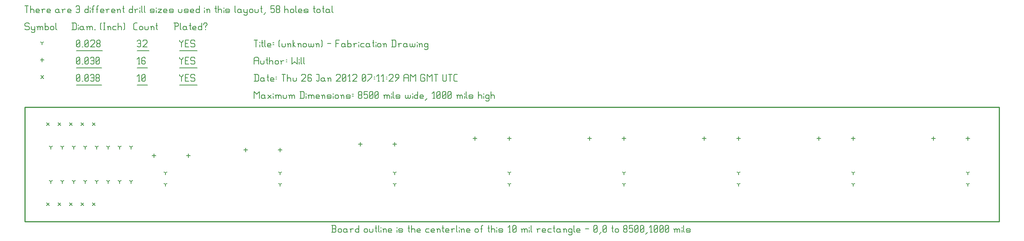
<source format=gbr>
G04 start of page 16 for group -3984 idx -3984 *
G04 Title: (unknown), fab *
G04 Creator: pcb 20091103 *
G04 CreationDate: Thu 26 Jan 2012 07:11:29 AM GMT UTC *
G04 For: will *
G04 Format: Gerber/RS-274X *
G04 PCB-Dimensions: 850000 100000 *
G04 PCB-Coordinate-Origin: lower left *
%MOIN*%
%FSLAX25Y25*%
%LNFAB*%
%ADD12C,0.0100*%
%ADD22C,0.0080*%
%ADD23C,0.0060*%
G54D22*X18800Y16200D02*X21200Y13800D01*
X18800D02*X21200Y16200D01*
X28800D02*X31200Y13800D01*
X28800D02*X31200Y16200D01*
X38800D02*X41200Y13800D01*
X38800D02*X41200Y16200D01*
X48800D02*X51200Y13800D01*
X48800D02*X51200Y16200D01*
X58800D02*X61200Y13800D01*
X58800D02*X61200Y16200D01*
X18800Y86200D02*X21200Y83800D01*
X18800D02*X21200Y86200D01*
X28800D02*X31200Y83800D01*
X28800D02*X31200Y86200D01*
X38800D02*X41200Y83800D01*
X38800D02*X41200Y86200D01*
X48800D02*X51200Y83800D01*
X48800D02*X51200Y86200D01*
X58800D02*X61200Y83800D01*
X58800D02*X61200Y86200D01*
X13800Y127450D02*X16200Y125050D01*
X13800D02*X16200Y127450D01*
G54D23*X135000Y128500D02*Y127750D01*
X136500Y126250D01*
X138000Y127750D01*
Y128500D02*Y127750D01*
X136500Y126250D02*Y122500D01*
X139801Y125500D02*X142051D01*
X139801Y122500D02*X142801D01*
X139801Y128500D02*Y122500D01*
Y128500D02*X142801D01*
X147603D02*X148353Y127750D01*
X145353Y128500D02*X147603D01*
X144603Y127750D02*X145353Y128500D01*
X144603Y127750D02*Y126250D01*
X145353Y125500D01*
X147603D01*
X148353Y124750D01*
Y123250D01*
X147603Y122500D02*X148353Y123250D01*
X145353Y122500D02*X147603D01*
X144603Y123250D02*X145353Y122500D01*
X135000Y119249D02*X150154D01*
X98750Y122500D02*X100250D01*
X99500Y128500D02*Y122500D01*
X98000Y127000D02*X99500Y128500D01*
X102051Y123250D02*X102801Y122500D01*
X102051Y127750D02*Y123250D01*
Y127750D02*X102801Y128500D01*
X104301D01*
X105051Y127750D01*
Y123250D01*
X104301Y122500D02*X105051Y123250D01*
X102801Y122500D02*X104301D01*
X102051Y124000D02*X105051Y127000D01*
X98000Y119249D02*X106853D01*
X45000Y123250D02*X45750Y122500D01*
X45000Y127750D02*Y123250D01*
Y127750D02*X45750Y128500D01*
X47250D01*
X48000Y127750D01*
Y123250D01*
X47250Y122500D02*X48000Y123250D01*
X45750Y122500D02*X47250D01*
X45000Y124000D02*X48000Y127000D01*
X49801Y122500D02*X50551D01*
X52353Y123250D02*X53103Y122500D01*
X52353Y127750D02*Y123250D01*
Y127750D02*X53103Y128500D01*
X54603D01*
X55353Y127750D01*
Y123250D01*
X54603Y122500D02*X55353Y123250D01*
X53103Y122500D02*X54603D01*
X52353Y124000D02*X55353Y127000D01*
X57154Y127750D02*X57904Y128500D01*
X59404D01*
X60154Y127750D01*
Y123250D01*
X59404Y122500D02*X60154Y123250D01*
X57904Y122500D02*X59404D01*
X57154Y123250D02*X57904Y122500D01*
Y125500D02*X60154D01*
X61956Y123250D02*X62706Y122500D01*
X61956Y124750D02*Y123250D01*
Y124750D02*X62706Y125500D01*
X64206D01*
X64956Y124750D01*
Y123250D01*
X64206Y122500D02*X64956Y123250D01*
X62706Y122500D02*X64206D01*
X61956Y126250D02*X62706Y125500D01*
X61956Y127750D02*Y126250D01*
Y127750D02*X62706Y128500D01*
X64206D01*
X64956Y127750D01*
Y126250D01*
X64206Y125500D02*X64956Y126250D01*
X45000Y119249D02*X66757D01*
X392500Y74100D02*Y70900D01*
X390900Y72500D02*X394100D01*
X422500Y74100D02*Y70900D01*
X420900Y72500D02*X424100D01*
X792500Y74100D02*Y70900D01*
X790900Y72500D02*X794100D01*
X822500Y74100D02*Y70900D01*
X820900Y72500D02*X824100D01*
X292500Y69100D02*Y65900D01*
X290900Y67500D02*X294100D01*
X322500Y69100D02*Y65900D01*
X320900Y67500D02*X324100D01*
X192500Y64100D02*Y60900D01*
X190900Y62500D02*X194100D01*
X222500Y64100D02*Y60900D01*
X220900Y62500D02*X224100D01*
X112500Y59100D02*Y55900D01*
X110900Y57500D02*X114100D01*
X142500Y59100D02*Y55900D01*
X140900Y57500D02*X144100D01*
X492500Y74100D02*Y70900D01*
X490900Y72500D02*X494100D01*
X522500Y74100D02*Y70900D01*
X520900Y72500D02*X524100D01*
X592500Y74100D02*Y70900D01*
X590900Y72500D02*X594100D01*
X622500Y74100D02*Y70900D01*
X620900Y72500D02*X624100D01*
X692500Y74100D02*Y70900D01*
X690900Y72500D02*X694100D01*
X722500Y74100D02*Y70900D01*
X720900Y72500D02*X724100D01*
X15000Y142850D02*Y139650D01*
X13400Y141250D02*X16600D01*
X135000Y143500D02*Y142750D01*
X136500Y141250D01*
X138000Y142750D01*
Y143500D02*Y142750D01*
X136500Y141250D02*Y137500D01*
X139801Y140500D02*X142051D01*
X139801Y137500D02*X142801D01*
X139801Y143500D02*Y137500D01*
Y143500D02*X142801D01*
X147603D02*X148353Y142750D01*
X145353Y143500D02*X147603D01*
X144603Y142750D02*X145353Y143500D01*
X144603Y142750D02*Y141250D01*
X145353Y140500D01*
X147603D01*
X148353Y139750D01*
Y138250D01*
X147603Y137500D02*X148353Y138250D01*
X145353Y137500D02*X147603D01*
X144603Y138250D02*X145353Y137500D01*
X135000Y134249D02*X150154D01*
X98750Y137500D02*X100250D01*
X99500Y143500D02*Y137500D01*
X98000Y142000D02*X99500Y143500D01*
X104301D02*X105051Y142750D01*
X102801Y143500D02*X104301D01*
X102051Y142750D02*X102801Y143500D01*
X102051Y142750D02*Y138250D01*
X102801Y137500D01*
X104301Y140500D02*X105051Y139750D01*
X102051Y140500D02*X104301D01*
X102801Y137500D02*X104301D01*
X105051Y138250D01*
Y139750D02*Y138250D01*
X98000Y134249D02*X106853D01*
X45000Y138250D02*X45750Y137500D01*
X45000Y142750D02*Y138250D01*
Y142750D02*X45750Y143500D01*
X47250D01*
X48000Y142750D01*
Y138250D01*
X47250Y137500D02*X48000Y138250D01*
X45750Y137500D02*X47250D01*
X45000Y139000D02*X48000Y142000D01*
X49801Y137500D02*X50551D01*
X52353Y138250D02*X53103Y137500D01*
X52353Y142750D02*Y138250D01*
Y142750D02*X53103Y143500D01*
X54603D01*
X55353Y142750D01*
Y138250D01*
X54603Y137500D02*X55353Y138250D01*
X53103Y137500D02*X54603D01*
X52353Y139000D02*X55353Y142000D01*
X57154Y142750D02*X57904Y143500D01*
X59404D01*
X60154Y142750D01*
Y138250D01*
X59404Y137500D02*X60154Y138250D01*
X57904Y137500D02*X59404D01*
X57154Y138250D02*X57904Y137500D01*
Y140500D02*X60154D01*
X61956Y138250D02*X62706Y137500D01*
X61956Y142750D02*Y138250D01*
Y142750D02*X62706Y143500D01*
X64206D01*
X64956Y142750D01*
Y138250D01*
X64206Y137500D02*X64956Y138250D01*
X62706Y137500D02*X64206D01*
X61956Y139000D02*X64956Y142000D01*
X45000Y134249D02*X66757D01*
X92500Y65000D02*Y63400D01*
Y65000D02*X93886Y65800D01*
X92500Y65000D02*X91114Y65800D01*
X82500Y65000D02*Y63400D01*
Y65000D02*X83886Y65800D01*
X82500Y65000D02*X81114Y65800D01*
X72500Y65000D02*Y63400D01*
Y65000D02*X73886Y65800D01*
X72500Y65000D02*X71114Y65800D01*
X62500Y65000D02*Y63400D01*
Y65000D02*X63886Y65800D01*
X62500Y65000D02*X61114Y65800D01*
X52500Y65000D02*Y63400D01*
Y65000D02*X53886Y65800D01*
X52500Y65000D02*X51114Y65800D01*
X42500Y65000D02*Y63400D01*
Y65000D02*X43886Y65800D01*
X42500Y65000D02*X41114Y65800D01*
X32500Y65000D02*Y63400D01*
Y65000D02*X33886Y65800D01*
X32500Y65000D02*X31114Y65800D01*
X22500Y65000D02*Y63400D01*
Y65000D02*X23886Y65800D01*
X22500Y65000D02*X21114Y65800D01*
X22500Y35000D02*Y33400D01*
Y35000D02*X23886Y35800D01*
X22500Y35000D02*X21114Y35800D01*
X32500Y35000D02*Y33400D01*
Y35000D02*X33886Y35800D01*
X32500Y35000D02*X31114Y35800D01*
X42500Y35000D02*Y33400D01*
Y35000D02*X43886Y35800D01*
X42500Y35000D02*X41114Y35800D01*
X52500Y35000D02*Y33400D01*
Y35000D02*X53886Y35800D01*
X52500Y35000D02*X51114Y35800D01*
X62500Y35000D02*Y33400D01*
Y35000D02*X63886Y35800D01*
X62500Y35000D02*X61114Y35800D01*
X72500Y35000D02*Y33400D01*
Y35000D02*X73886Y35800D01*
X72500Y35000D02*X71114Y35800D01*
X82500Y35000D02*Y33400D01*
Y35000D02*X83886Y35800D01*
X82500Y35000D02*X81114Y35800D01*
X92500Y35000D02*Y33400D01*
Y35000D02*X93886Y35800D01*
X92500Y35000D02*X91114Y35800D01*
X622500Y42500D02*Y40900D01*
Y42500D02*X623886Y43300D01*
X622500Y42500D02*X621114Y43300D01*
X622500Y32500D02*Y30900D01*
Y32500D02*X623886Y33300D01*
X622500Y32500D02*X621114Y33300D01*
X722500Y42500D02*Y40900D01*
Y42500D02*X723886Y43300D01*
X722500Y42500D02*X721114Y43300D01*
X722500Y32500D02*Y30900D01*
Y32500D02*X723886Y33300D01*
X722500Y32500D02*X721114Y33300D01*
X322500Y42500D02*Y40900D01*
Y42500D02*X323886Y43300D01*
X322500Y42500D02*X321114Y43300D01*
X322500Y32500D02*Y30900D01*
Y32500D02*X323886Y33300D01*
X322500Y32500D02*X321114Y33300D01*
X822500Y42500D02*Y40900D01*
Y42500D02*X823886Y43300D01*
X822500Y42500D02*X821114Y43300D01*
X822500Y32500D02*Y30900D01*
Y32500D02*X823886Y33300D01*
X822500Y32500D02*X821114Y33300D01*
X222500Y42500D02*Y40900D01*
Y42500D02*X223886Y43300D01*
X222500Y42500D02*X221114Y43300D01*
X222500Y32500D02*Y30900D01*
Y32500D02*X223886Y33300D01*
X222500Y32500D02*X221114Y33300D01*
X122500Y42500D02*Y40900D01*
Y42500D02*X123886Y43300D01*
X122500Y42500D02*X121114Y43300D01*
X122500Y32500D02*Y30900D01*
Y32500D02*X123886Y33300D01*
X122500Y32500D02*X121114Y33300D01*
X422500Y42500D02*Y40900D01*
Y42500D02*X423886Y43300D01*
X422500Y42500D02*X421114Y43300D01*
X422500Y32500D02*Y30900D01*
Y32500D02*X423886Y33300D01*
X422500Y32500D02*X421114Y33300D01*
X522500Y42500D02*Y40900D01*
Y42500D02*X523886Y43300D01*
X522500Y42500D02*X521114Y43300D01*
X522500Y32500D02*Y30900D01*
Y32500D02*X523886Y33300D01*
X522500Y32500D02*X521114Y33300D01*
X15000Y156250D02*Y154650D01*
Y156250D02*X16386Y157050D01*
X15000Y156250D02*X13614Y157050D01*
X135000Y158500D02*Y157750D01*
X136500Y156250D01*
X138000Y157750D01*
Y158500D02*Y157750D01*
X136500Y156250D02*Y152500D01*
X139801Y155500D02*X142051D01*
X139801Y152500D02*X142801D01*
X139801Y158500D02*Y152500D01*
Y158500D02*X142801D01*
X147603D02*X148353Y157750D01*
X145353Y158500D02*X147603D01*
X144603Y157750D02*X145353Y158500D01*
X144603Y157750D02*Y156250D01*
X145353Y155500D01*
X147603D01*
X148353Y154750D01*
Y153250D01*
X147603Y152500D02*X148353Y153250D01*
X145353Y152500D02*X147603D01*
X144603Y153250D02*X145353Y152500D01*
X135000Y149249D02*X150154D01*
X98000Y157750D02*X98750Y158500D01*
X100250D01*
X101000Y157750D01*
Y153250D01*
X100250Y152500D02*X101000Y153250D01*
X98750Y152500D02*X100250D01*
X98000Y153250D02*X98750Y152500D01*
Y155500D02*X101000D01*
X102801Y157750D02*X103551Y158500D01*
X105801D01*
X106551Y157750D01*
Y156250D01*
X102801Y152500D02*X106551Y156250D01*
X102801Y152500D02*X106551D01*
X98000Y149249D02*X108353D01*
X45000Y153250D02*X45750Y152500D01*
X45000Y157750D02*Y153250D01*
Y157750D02*X45750Y158500D01*
X47250D01*
X48000Y157750D01*
Y153250D01*
X47250Y152500D02*X48000Y153250D01*
X45750Y152500D02*X47250D01*
X45000Y154000D02*X48000Y157000D01*
X49801Y152500D02*X50551D01*
X52353Y153250D02*X53103Y152500D01*
X52353Y157750D02*Y153250D01*
Y157750D02*X53103Y158500D01*
X54603D01*
X55353Y157750D01*
Y153250D01*
X54603Y152500D02*X55353Y153250D01*
X53103Y152500D02*X54603D01*
X52353Y154000D02*X55353Y157000D01*
X57154Y157750D02*X57904Y158500D01*
X60154D01*
X60904Y157750D01*
Y156250D01*
X57154Y152500D02*X60904Y156250D01*
X57154Y152500D02*X60904D01*
X62706Y153250D02*X63456Y152500D01*
X62706Y154750D02*Y153250D01*
Y154750D02*X63456Y155500D01*
X64956D01*
X65706Y154750D01*
Y153250D01*
X64956Y152500D02*X65706Y153250D01*
X63456Y152500D02*X64956D01*
X62706Y156250D02*X63456Y155500D01*
X62706Y157750D02*Y156250D01*
Y157750D02*X63456Y158500D01*
X64956D01*
X65706Y157750D01*
Y156250D01*
X64956Y155500D02*X65706Y156250D01*
X45000Y149249D02*X67507D01*
X3000Y173500D02*X3750Y172750D01*
X750Y173500D02*X3000D01*
X0Y172750D02*X750Y173500D01*
X0Y172750D02*Y171250D01*
X750Y170500D01*
X3000D01*
X3750Y169750D01*
Y168250D01*
X3000Y167500D02*X3750Y168250D01*
X750Y167500D02*X3000D01*
X0Y168250D02*X750Y167500D01*
X5551Y170500D02*Y168250D01*
X6301Y167500D01*
X8551Y170500D02*Y166000D01*
X7801Y165250D02*X8551Y166000D01*
X6301Y165250D02*X7801D01*
X5551Y166000D02*X6301Y165250D01*
Y167500D02*X7801D01*
X8551Y168250D01*
X11103Y169750D02*Y167500D01*
Y169750D02*X11853Y170500D01*
X12603D01*
X13353Y169750D01*
Y167500D01*
Y169750D02*X14103Y170500D01*
X14853D01*
X15603Y169750D01*
Y167500D01*
X10353Y170500D02*X11103Y169750D01*
X17404Y173500D02*Y167500D01*
Y168250D02*X18154Y167500D01*
X19654D01*
X20404Y168250D01*
Y169750D02*Y168250D01*
X19654Y170500D02*X20404Y169750D01*
X18154Y170500D02*X19654D01*
X17404Y169750D02*X18154Y170500D01*
X22206Y169750D02*Y168250D01*
Y169750D02*X22956Y170500D01*
X24456D01*
X25206Y169750D01*
Y168250D01*
X24456Y167500D02*X25206Y168250D01*
X22956Y167500D02*X24456D01*
X22206Y168250D02*X22956Y167500D01*
X27007Y173500D02*Y168250D01*
X27757Y167500D01*
X41750Y173500D02*Y167500D01*
X44000Y173500D02*X44750Y172750D01*
Y168250D01*
X44000Y167500D02*X44750Y168250D01*
X41000Y167500D02*X44000D01*
X41000Y173500D02*X44000D01*
X46551Y172000D02*Y171250D01*
Y169750D02*Y167500D01*
X50303Y170500D02*X51053Y169750D01*
X48803Y170500D02*X50303D01*
X48053Y169750D02*X48803Y170500D01*
X48053Y169750D02*Y168250D01*
X48803Y167500D01*
X51053Y170500D02*Y168250D01*
X51803Y167500D01*
X48803D02*X50303D01*
X51053Y168250D01*
X54354Y169750D02*Y167500D01*
Y169750D02*X55104Y170500D01*
X55854D01*
X56604Y169750D01*
Y167500D01*
Y169750D02*X57354Y170500D01*
X58104D01*
X58854Y169750D01*
Y167500D01*
X53604Y170500D02*X54354Y169750D01*
X60656Y167500D02*X61406D01*
X65907Y168250D02*X66657Y167500D01*
X65907Y172750D02*X66657Y173500D01*
X65907Y172750D02*Y168250D01*
X68459Y173500D02*X69959D01*
X69209D02*Y167500D01*
X68459D02*X69959D01*
X72510Y169750D02*Y167500D01*
Y169750D02*X73260Y170500D01*
X74010D01*
X74760Y169750D01*
Y167500D01*
X71760Y170500D02*X72510Y169750D01*
X77312Y170500D02*X79562D01*
X76562Y169750D02*X77312Y170500D01*
X76562Y169750D02*Y168250D01*
X77312Y167500D01*
X79562D01*
X81363Y173500D02*Y167500D01*
Y169750D02*X82113Y170500D01*
X83613D01*
X84363Y169750D01*
Y167500D01*
X86165Y173500D02*X86915Y172750D01*
Y168250D01*
X86165Y167500D02*X86915Y168250D01*
X95750Y167500D02*X98000D01*
X95000Y168250D02*X95750Y167500D01*
X95000Y172750D02*Y168250D01*
Y172750D02*X95750Y173500D01*
X98000D01*
X99801Y169750D02*Y168250D01*
Y169750D02*X100551Y170500D01*
X102051D01*
X102801Y169750D01*
Y168250D01*
X102051Y167500D02*X102801Y168250D01*
X100551Y167500D02*X102051D01*
X99801Y168250D02*X100551Y167500D01*
X104603Y170500D02*Y168250D01*
X105353Y167500D01*
X106853D01*
X107603Y168250D01*
Y170500D02*Y168250D01*
X110154Y169750D02*Y167500D01*
Y169750D02*X110904Y170500D01*
X111654D01*
X112404Y169750D01*
Y167500D01*
X109404Y170500D02*X110154Y169750D01*
X114956Y173500D02*Y168250D01*
X115706Y167500D01*
X114206Y171250D02*X115706D01*
X130750Y173500D02*Y167500D01*
X130000Y173500D02*X133000D01*
X133750Y172750D01*
Y171250D01*
X133000Y170500D02*X133750Y171250D01*
X130750Y170500D02*X133000D01*
X135551Y173500D02*Y168250D01*
X136301Y167500D01*
X140053Y170500D02*X140803Y169750D01*
X138553Y170500D02*X140053D01*
X137803Y169750D02*X138553Y170500D01*
X137803Y169750D02*Y168250D01*
X138553Y167500D01*
X140803Y170500D02*Y168250D01*
X141553Y167500D01*
X138553D02*X140053D01*
X140803Y168250D01*
X144104Y173500D02*Y168250D01*
X144854Y167500D01*
X143354Y171250D02*X144854D01*
X147106Y167500D02*X149356D01*
X146356Y168250D02*X147106Y167500D01*
X146356Y169750D02*Y168250D01*
Y169750D02*X147106Y170500D01*
X148606D01*
X149356Y169750D01*
X146356Y169000D02*X149356D01*
Y169750D02*Y169000D01*
X154157Y173500D02*Y167500D01*
X153407D02*X154157Y168250D01*
X151907Y167500D02*X153407D01*
X151157Y168250D02*X151907Y167500D01*
X151157Y169750D02*Y168250D01*
Y169750D02*X151907Y170500D01*
X153407D01*
X154157Y169750D01*
X157459Y170500D02*Y169750D01*
Y168250D02*Y167500D01*
X155959Y172750D02*Y172000D01*
Y172750D02*X156709Y173500D01*
X158209D01*
X158959Y172750D01*
Y172000D01*
X157459Y170500D02*X158959Y172000D01*
X0Y188500D02*X3000D01*
X1500D02*Y182500D01*
X4801Y188500D02*Y182500D01*
Y184750D02*X5551Y185500D01*
X7051D01*
X7801Y184750D01*
Y182500D01*
X10353D02*X12603D01*
X9603Y183250D02*X10353Y182500D01*
X9603Y184750D02*Y183250D01*
Y184750D02*X10353Y185500D01*
X11853D01*
X12603Y184750D01*
X9603Y184000D02*X12603D01*
Y184750D02*Y184000D01*
X15154Y184750D02*Y182500D01*
Y184750D02*X15904Y185500D01*
X17404D01*
X14404D02*X15154Y184750D01*
X19956Y182500D02*X22206D01*
X19206Y183250D02*X19956Y182500D01*
X19206Y184750D02*Y183250D01*
Y184750D02*X19956Y185500D01*
X21456D01*
X22206Y184750D01*
X19206Y184000D02*X22206D01*
Y184750D02*Y184000D01*
X28957Y185500D02*X29707Y184750D01*
X27457Y185500D02*X28957D01*
X26707Y184750D02*X27457Y185500D01*
X26707Y184750D02*Y183250D01*
X27457Y182500D01*
X29707Y185500D02*Y183250D01*
X30457Y182500D01*
X27457D02*X28957D01*
X29707Y183250D01*
X33009Y184750D02*Y182500D01*
Y184750D02*X33759Y185500D01*
X35259D01*
X32259D02*X33009Y184750D01*
X37810Y182500D02*X40060D01*
X37060Y183250D02*X37810Y182500D01*
X37060Y184750D02*Y183250D01*
Y184750D02*X37810Y185500D01*
X39310D01*
X40060Y184750D01*
X37060Y184000D02*X40060D01*
Y184750D02*Y184000D01*
X44562Y187750D02*X45312Y188500D01*
X46812D01*
X47562Y187750D01*
Y183250D01*
X46812Y182500D02*X47562Y183250D01*
X45312Y182500D02*X46812D01*
X44562Y183250D02*X45312Y182500D01*
Y185500D02*X47562D01*
X55063Y188500D02*Y182500D01*
X54313D02*X55063Y183250D01*
X52813Y182500D02*X54313D01*
X52063Y183250D02*X52813Y182500D01*
X52063Y184750D02*Y183250D01*
Y184750D02*X52813Y185500D01*
X54313D01*
X55063Y184750D01*
X56865Y187000D02*Y186250D01*
Y184750D02*Y182500D01*
X59116Y187750D02*Y182500D01*
Y187750D02*X59866Y188500D01*
X60616D01*
X58366Y185500D02*X59866D01*
X62868Y187750D02*Y182500D01*
Y187750D02*X63618Y188500D01*
X64368D01*
X62118Y185500D02*X63618D01*
X66619Y182500D02*X68869D01*
X65869Y183250D02*X66619Y182500D01*
X65869Y184750D02*Y183250D01*
Y184750D02*X66619Y185500D01*
X68119D01*
X68869Y184750D01*
X65869Y184000D02*X68869D01*
Y184750D02*Y184000D01*
X71421Y184750D02*Y182500D01*
Y184750D02*X72171Y185500D01*
X73671D01*
X70671D02*X71421Y184750D01*
X76222Y182500D02*X78472D01*
X75472Y183250D02*X76222Y182500D01*
X75472Y184750D02*Y183250D01*
Y184750D02*X76222Y185500D01*
X77722D01*
X78472Y184750D01*
X75472Y184000D02*X78472D01*
Y184750D02*Y184000D01*
X81024Y184750D02*Y182500D01*
Y184750D02*X81774Y185500D01*
X82524D01*
X83274Y184750D01*
Y182500D01*
X80274Y185500D02*X81024Y184750D01*
X85825Y188500D02*Y183250D01*
X86575Y182500D01*
X85075Y186250D02*X86575D01*
X93777Y188500D02*Y182500D01*
X93027D02*X93777Y183250D01*
X91527Y182500D02*X93027D01*
X90777Y183250D02*X91527Y182500D01*
X90777Y184750D02*Y183250D01*
Y184750D02*X91527Y185500D01*
X93027D01*
X93777Y184750D01*
X96328D02*Y182500D01*
Y184750D02*X97078Y185500D01*
X98578D01*
X95578D02*X96328Y184750D01*
X100380Y187000D02*Y186250D01*
Y184750D02*Y182500D01*
X101881Y188500D02*Y183250D01*
X102631Y182500D01*
X104133Y188500D02*Y183250D01*
X104883Y182500D01*
X109834D02*X112084D01*
X112834Y183250D01*
X112084Y184000D02*X112834Y183250D01*
X109834Y184000D02*X112084D01*
X109084Y184750D02*X109834Y184000D01*
X109084Y184750D02*X109834Y185500D01*
X112084D01*
X112834Y184750D01*
X109084Y183250D02*X109834Y182500D01*
X114636Y187000D02*Y186250D01*
Y184750D02*Y182500D01*
X116137Y185500D02*X119137D01*
X116137Y182500D02*X119137Y185500D01*
X116137Y182500D02*X119137D01*
X121689D02*X123939D01*
X120939Y183250D02*X121689Y182500D01*
X120939Y184750D02*Y183250D01*
Y184750D02*X121689Y185500D01*
X123189D01*
X123939Y184750D01*
X120939Y184000D02*X123939D01*
Y184750D02*Y184000D01*
X126490Y182500D02*X128740D01*
X129490Y183250D01*
X128740Y184000D02*X129490Y183250D01*
X126490Y184000D02*X128740D01*
X125740Y184750D02*X126490Y184000D01*
X125740Y184750D02*X126490Y185500D01*
X128740D01*
X129490Y184750D01*
X125740Y183250D02*X126490Y182500D01*
X133992Y185500D02*Y183250D01*
X134742Y182500D01*
X136242D01*
X136992Y183250D01*
Y185500D02*Y183250D01*
X139543Y182500D02*X141793D01*
X142543Y183250D01*
X141793Y184000D02*X142543Y183250D01*
X139543Y184000D02*X141793D01*
X138793Y184750D02*X139543Y184000D01*
X138793Y184750D02*X139543Y185500D01*
X141793D01*
X142543Y184750D01*
X138793Y183250D02*X139543Y182500D01*
X145095D02*X147345D01*
X144345Y183250D02*X145095Y182500D01*
X144345Y184750D02*Y183250D01*
Y184750D02*X145095Y185500D01*
X146595D01*
X147345Y184750D01*
X144345Y184000D02*X147345D01*
Y184750D02*Y184000D01*
X152146Y188500D02*Y182500D01*
X151396D02*X152146Y183250D01*
X149896Y182500D02*X151396D01*
X149146Y183250D02*X149896Y182500D01*
X149146Y184750D02*Y183250D01*
Y184750D02*X149896Y185500D01*
X151396D01*
X152146Y184750D01*
X156648Y187000D02*Y186250D01*
Y184750D02*Y182500D01*
X158899Y184750D02*Y182500D01*
Y184750D02*X159649Y185500D01*
X160399D01*
X161149Y184750D01*
Y182500D01*
X158149Y185500D02*X158899Y184750D01*
X166401Y188500D02*Y183250D01*
X167151Y182500D01*
X165651Y186250D02*X167151D01*
X168652Y188500D02*Y182500D01*
Y184750D02*X169402Y185500D01*
X170902D01*
X171652Y184750D01*
Y182500D01*
X173454Y187000D02*Y186250D01*
Y184750D02*Y182500D01*
X175705D02*X177955D01*
X178705Y183250D01*
X177955Y184000D02*X178705Y183250D01*
X175705Y184000D02*X177955D01*
X174955Y184750D02*X175705Y184000D01*
X174955Y184750D02*X175705Y185500D01*
X177955D01*
X178705Y184750D01*
X174955Y183250D02*X175705Y182500D01*
X183207Y188500D02*Y183250D01*
X183957Y182500D01*
X187708Y185500D02*X188458Y184750D01*
X186208Y185500D02*X187708D01*
X185458Y184750D02*X186208Y185500D01*
X185458Y184750D02*Y183250D01*
X186208Y182500D01*
X188458Y185500D02*Y183250D01*
X189208Y182500D01*
X186208D02*X187708D01*
X188458Y183250D01*
X191010Y185500D02*Y183250D01*
X191760Y182500D01*
X194010Y185500D02*Y181000D01*
X193260Y180250D02*X194010Y181000D01*
X191760Y180250D02*X193260D01*
X191010Y181000D02*X191760Y180250D01*
Y182500D02*X193260D01*
X194010Y183250D01*
X195811Y184750D02*Y183250D01*
Y184750D02*X196561Y185500D01*
X198061D01*
X198811Y184750D01*
Y183250D01*
X198061Y182500D02*X198811Y183250D01*
X196561Y182500D02*X198061D01*
X195811Y183250D02*X196561Y182500D01*
X200613Y185500D02*Y183250D01*
X201363Y182500D01*
X202863D01*
X203613Y183250D01*
Y185500D02*Y183250D01*
X206164Y188500D02*Y183250D01*
X206914Y182500D01*
X205414Y186250D02*X206914D01*
X208416Y181000D02*X209916Y182500D01*
X214417Y188500D02*X217417D01*
X214417D02*Y185500D01*
X215167Y186250D01*
X216667D01*
X217417Y185500D01*
Y183250D01*
X216667Y182500D02*X217417Y183250D01*
X215167Y182500D02*X216667D01*
X214417Y183250D02*X215167Y182500D01*
X219219Y183250D02*X219969Y182500D01*
X219219Y184750D02*Y183250D01*
Y184750D02*X219969Y185500D01*
X221469D01*
X222219Y184750D01*
Y183250D01*
X221469Y182500D02*X222219Y183250D01*
X219969Y182500D02*X221469D01*
X219219Y186250D02*X219969Y185500D01*
X219219Y187750D02*Y186250D01*
Y187750D02*X219969Y188500D01*
X221469D01*
X222219Y187750D01*
Y186250D01*
X221469Y185500D02*X222219Y186250D01*
X226720Y188500D02*Y182500D01*
Y184750D02*X227470Y185500D01*
X228970D01*
X229720Y184750D01*
Y182500D01*
X231522Y184750D02*Y183250D01*
Y184750D02*X232272Y185500D01*
X233772D01*
X234522Y184750D01*
Y183250D01*
X233772Y182500D02*X234522Y183250D01*
X232272Y182500D02*X233772D01*
X231522Y183250D02*X232272Y182500D01*
X236323Y188500D02*Y183250D01*
X237073Y182500D01*
X239325D02*X241575D01*
X238575Y183250D02*X239325Y182500D01*
X238575Y184750D02*Y183250D01*
Y184750D02*X239325Y185500D01*
X240825D01*
X241575Y184750D01*
X238575Y184000D02*X241575D01*
Y184750D02*Y184000D01*
X244126Y182500D02*X246376D01*
X247126Y183250D01*
X246376Y184000D02*X247126Y183250D01*
X244126Y184000D02*X246376D01*
X243376Y184750D02*X244126Y184000D01*
X243376Y184750D02*X244126Y185500D01*
X246376D01*
X247126Y184750D01*
X243376Y183250D02*X244126Y182500D01*
X252378Y188500D02*Y183250D01*
X253128Y182500D01*
X251628Y186250D02*X253128D01*
X254629Y184750D02*Y183250D01*
Y184750D02*X255379Y185500D01*
X256879D01*
X257629Y184750D01*
Y183250D01*
X256879Y182500D02*X257629Y183250D01*
X255379Y182500D02*X256879D01*
X254629Y183250D02*X255379Y182500D01*
X260181Y188500D02*Y183250D01*
X260931Y182500D01*
X259431Y186250D02*X260931D01*
X264682Y185500D02*X265432Y184750D01*
X263182Y185500D02*X264682D01*
X262432Y184750D02*X263182Y185500D01*
X262432Y184750D02*Y183250D01*
X263182Y182500D01*
X265432Y185500D02*Y183250D01*
X266182Y182500D01*
X263182D02*X264682D01*
X265432Y183250D01*
X267984Y188500D02*Y183250D01*
X268734Y182500D01*
G54D12*X0Y100000D02*X850000D01*
X0D02*Y0D01*
X850000Y100000D02*Y0D01*
X0D02*X850000D01*
G54D23*X200000Y113500D02*Y107500D01*
Y113500D02*X202250Y111250D01*
X204500Y113500D01*
Y107500D01*
X208551Y110500D02*X209301Y109750D01*
X207051Y110500D02*X208551D01*
X206301Y109750D02*X207051Y110500D01*
X206301Y109750D02*Y108250D01*
X207051Y107500D01*
X209301Y110500D02*Y108250D01*
X210051Y107500D01*
X207051D02*X208551D01*
X209301Y108250D01*
X211853Y110500D02*X214853Y107500D01*
X211853D02*X214853Y110500D01*
X216654Y112000D02*Y111250D01*
Y109750D02*Y107500D01*
X218906Y109750D02*Y107500D01*
Y109750D02*X219656Y110500D01*
X220406D01*
X221156Y109750D01*
Y107500D01*
Y109750D02*X221906Y110500D01*
X222656D01*
X223406Y109750D01*
Y107500D01*
X218156Y110500D02*X218906Y109750D01*
X225207Y110500D02*Y108250D01*
X225957Y107500D01*
X227457D01*
X228207Y108250D01*
Y110500D02*Y108250D01*
X230759Y109750D02*Y107500D01*
Y109750D02*X231509Y110500D01*
X232259D01*
X233009Y109750D01*
Y107500D01*
Y109750D02*X233759Y110500D01*
X234509D01*
X235259Y109750D01*
Y107500D01*
X230009Y110500D02*X230759Y109750D01*
X240510Y113500D02*Y107500D01*
X242760Y113500D02*X243510Y112750D01*
Y108250D01*
X242760Y107500D02*X243510Y108250D01*
X239760Y107500D02*X242760D01*
X239760Y113500D02*X242760D01*
X245312Y112000D02*Y111250D01*
Y109750D02*Y107500D01*
X247563Y109750D02*Y107500D01*
Y109750D02*X248313Y110500D01*
X249063D01*
X249813Y109750D01*
Y107500D01*
Y109750D02*X250563Y110500D01*
X251313D01*
X252063Y109750D01*
Y107500D01*
X246813Y110500D02*X247563Y109750D01*
X254615Y107500D02*X256865D01*
X253865Y108250D02*X254615Y107500D01*
X253865Y109750D02*Y108250D01*
Y109750D02*X254615Y110500D01*
X256115D01*
X256865Y109750D01*
X253865Y109000D02*X256865D01*
Y109750D02*Y109000D01*
X259416Y109750D02*Y107500D01*
Y109750D02*X260166Y110500D01*
X260916D01*
X261666Y109750D01*
Y107500D01*
X258666Y110500D02*X259416Y109750D01*
X264218Y107500D02*X266468D01*
X267218Y108250D01*
X266468Y109000D02*X267218Y108250D01*
X264218Y109000D02*X266468D01*
X263468Y109750D02*X264218Y109000D01*
X263468Y109750D02*X264218Y110500D01*
X266468D01*
X267218Y109750D01*
X263468Y108250D02*X264218Y107500D01*
X269019Y112000D02*Y111250D01*
Y109750D02*Y107500D01*
X270521Y109750D02*Y108250D01*
Y109750D02*X271271Y110500D01*
X272771D01*
X273521Y109750D01*
Y108250D01*
X272771Y107500D02*X273521Y108250D01*
X271271Y107500D02*X272771D01*
X270521Y108250D02*X271271Y107500D01*
X276072Y109750D02*Y107500D01*
Y109750D02*X276822Y110500D01*
X277572D01*
X278322Y109750D01*
Y107500D01*
X275322Y110500D02*X276072Y109750D01*
X280874Y107500D02*X283124D01*
X283874Y108250D01*
X283124Y109000D02*X283874Y108250D01*
X280874Y109000D02*X283124D01*
X280124Y109750D02*X280874Y109000D01*
X280124Y109750D02*X280874Y110500D01*
X283124D01*
X283874Y109750D01*
X280124Y108250D02*X280874Y107500D01*
X285675Y111250D02*X286425D01*
X285675Y109750D02*X286425D01*
X290927Y108250D02*X291677Y107500D01*
X290927Y109750D02*Y108250D01*
Y109750D02*X291677Y110500D01*
X293177D01*
X293927Y109750D01*
Y108250D01*
X293177Y107500D02*X293927Y108250D01*
X291677Y107500D02*X293177D01*
X290927Y111250D02*X291677Y110500D01*
X290927Y112750D02*Y111250D01*
Y112750D02*X291677Y113500D01*
X293177D01*
X293927Y112750D01*
Y111250D01*
X293177Y110500D02*X293927Y111250D01*
X295728Y113500D02*X298728D01*
X295728D02*Y110500D01*
X296478Y111250D01*
X297978D01*
X298728Y110500D01*
Y108250D01*
X297978Y107500D02*X298728Y108250D01*
X296478Y107500D02*X297978D01*
X295728Y108250D02*X296478Y107500D01*
X300530Y108250D02*X301280Y107500D01*
X300530Y112750D02*Y108250D01*
Y112750D02*X301280Y113500D01*
X302780D01*
X303530Y112750D01*
Y108250D01*
X302780Y107500D02*X303530Y108250D01*
X301280Y107500D02*X302780D01*
X300530Y109000D02*X303530Y112000D01*
X305331Y108250D02*X306081Y107500D01*
X305331Y112750D02*Y108250D01*
Y112750D02*X306081Y113500D01*
X307581D01*
X308331Y112750D01*
Y108250D01*
X307581Y107500D02*X308331Y108250D01*
X306081Y107500D02*X307581D01*
X305331Y109000D02*X308331Y112000D01*
X313583Y109750D02*Y107500D01*
Y109750D02*X314333Y110500D01*
X315083D01*
X315833Y109750D01*
Y107500D01*
Y109750D02*X316583Y110500D01*
X317333D01*
X318083Y109750D01*
Y107500D01*
X312833Y110500D02*X313583Y109750D01*
X319884Y112000D02*Y111250D01*
Y109750D02*Y107500D01*
X321386Y113500D02*Y108250D01*
X322136Y107500D01*
X324387D02*X326637D01*
X327387Y108250D01*
X326637Y109000D02*X327387Y108250D01*
X324387Y109000D02*X326637D01*
X323637Y109750D02*X324387Y109000D01*
X323637Y109750D02*X324387Y110500D01*
X326637D01*
X327387Y109750D01*
X323637Y108250D02*X324387Y107500D01*
X331889Y110500D02*Y108250D01*
X332639Y107500D01*
X333389D01*
X334139Y108250D01*
Y110500D02*Y108250D01*
X334889Y107500D01*
X335639D01*
X336389Y108250D01*
Y110500D02*Y108250D01*
X338190Y112000D02*Y111250D01*
Y109750D02*Y107500D01*
X342692Y113500D02*Y107500D01*
X341942D02*X342692Y108250D01*
X340442Y107500D02*X341942D01*
X339692Y108250D02*X340442Y107500D01*
X339692Y109750D02*Y108250D01*
Y109750D02*X340442Y110500D01*
X341942D01*
X342692Y109750D01*
X345243Y107500D02*X347493D01*
X344493Y108250D02*X345243Y107500D01*
X344493Y109750D02*Y108250D01*
Y109750D02*X345243Y110500D01*
X346743D01*
X347493Y109750D01*
X344493Y109000D02*X347493D01*
Y109750D02*Y109000D01*
X349295Y106000D02*X350795Y107500D01*
X356046D02*X357546D01*
X356796Y113500D02*Y107500D01*
X355296Y112000D02*X356796Y113500D01*
X359348Y108250D02*X360098Y107500D01*
X359348Y112750D02*Y108250D01*
Y112750D02*X360098Y113500D01*
X361598D01*
X362348Y112750D01*
Y108250D01*
X361598Y107500D02*X362348Y108250D01*
X360098Y107500D02*X361598D01*
X359348Y109000D02*X362348Y112000D01*
X364149Y108250D02*X364899Y107500D01*
X364149Y112750D02*Y108250D01*
Y112750D02*X364899Y113500D01*
X366399D01*
X367149Y112750D01*
Y108250D01*
X366399Y107500D02*X367149Y108250D01*
X364899Y107500D02*X366399D01*
X364149Y109000D02*X367149Y112000D01*
X368951Y108250D02*X369701Y107500D01*
X368951Y112750D02*Y108250D01*
Y112750D02*X369701Y113500D01*
X371201D01*
X371951Y112750D01*
Y108250D01*
X371201Y107500D02*X371951Y108250D01*
X369701Y107500D02*X371201D01*
X368951Y109000D02*X371951Y112000D01*
X377202Y109750D02*Y107500D01*
Y109750D02*X377952Y110500D01*
X378702D01*
X379452Y109750D01*
Y107500D01*
Y109750D02*X380202Y110500D01*
X380952D01*
X381702Y109750D01*
Y107500D01*
X376452Y110500D02*X377202Y109750D01*
X383504Y112000D02*Y111250D01*
Y109750D02*Y107500D01*
X385005Y113500D02*Y108250D01*
X385755Y107500D01*
X388007D02*X390257D01*
X391007Y108250D01*
X390257Y109000D02*X391007Y108250D01*
X388007Y109000D02*X390257D01*
X387257Y109750D02*X388007Y109000D01*
X387257Y109750D02*X388007Y110500D01*
X390257D01*
X391007Y109750D01*
X387257Y108250D02*X388007Y107500D01*
X395508Y113500D02*Y107500D01*
Y109750D02*X396258Y110500D01*
X397758D01*
X398508Y109750D01*
Y107500D01*
X400310Y112000D02*Y111250D01*
Y109750D02*Y107500D01*
X404061Y110500D02*X404811Y109750D01*
X402561Y110500D02*X404061D01*
X401811Y109750D02*X402561Y110500D01*
X401811Y109750D02*Y108250D01*
X402561Y107500D01*
X404061D01*
X404811Y108250D01*
X401811Y106000D02*X402561Y105250D01*
X404061D01*
X404811Y106000D01*
Y110500D02*Y106000D01*
X406613Y113500D02*Y107500D01*
Y109750D02*X407363Y110500D01*
X408863D01*
X409613Y109750D01*
Y107500D01*
X267601Y-9500D02*X270601D01*
X271351Y-8750D01*
Y-7250D02*Y-8750D01*
X270601Y-6500D02*X271351Y-7250D01*
X268351Y-6500D02*X270601D01*
X268351Y-3500D02*Y-9500D01*
X267601Y-3500D02*X270601D01*
X271351Y-4250D01*
Y-5750D01*
X270601Y-6500D02*X271351Y-5750D01*
X273152Y-7250D02*Y-8750D01*
Y-7250D02*X273902Y-6500D01*
X275402D01*
X276152Y-7250D01*
Y-8750D01*
X275402Y-9500D02*X276152Y-8750D01*
X273902Y-9500D02*X275402D01*
X273152Y-8750D02*X273902Y-9500D01*
X280204Y-6500D02*X280954Y-7250D01*
X278704Y-6500D02*X280204D01*
X277954Y-7250D02*X278704Y-6500D01*
X277954Y-7250D02*Y-8750D01*
X278704Y-9500D01*
X280954Y-6500D02*Y-8750D01*
X281704Y-9500D01*
X278704D02*X280204D01*
X280954Y-8750D01*
X284255Y-7250D02*Y-9500D01*
Y-7250D02*X285005Y-6500D01*
X286505D01*
X283505D02*X284255Y-7250D01*
X291307Y-3500D02*Y-9500D01*
X290557D02*X291307Y-8750D01*
X289057Y-9500D02*X290557D01*
X288307Y-8750D02*X289057Y-9500D01*
X288307Y-7250D02*Y-8750D01*
Y-7250D02*X289057Y-6500D01*
X290557D01*
X291307Y-7250D01*
X295808D02*Y-8750D01*
Y-7250D02*X296558Y-6500D01*
X298058D01*
X298808Y-7250D01*
Y-8750D01*
X298058Y-9500D02*X298808Y-8750D01*
X296558Y-9500D02*X298058D01*
X295808Y-8750D02*X296558Y-9500D01*
X300610Y-6500D02*Y-8750D01*
X301360Y-9500D01*
X302860D01*
X303610Y-8750D01*
Y-6500D02*Y-8750D01*
X306161Y-3500D02*Y-8750D01*
X306911Y-9500D01*
X305411Y-5750D02*X306911D01*
X308413Y-3500D02*Y-8750D01*
X309163Y-9500D01*
X310664Y-5000D02*Y-5750D01*
Y-7250D02*Y-9500D01*
X312916Y-7250D02*Y-9500D01*
Y-7250D02*X313666Y-6500D01*
X314416D01*
X315166Y-7250D01*
Y-9500D01*
X312166Y-6500D02*X312916Y-7250D01*
X317717Y-9500D02*X319967D01*
X316967Y-8750D02*X317717Y-9500D01*
X316967Y-7250D02*Y-8750D01*
Y-7250D02*X317717Y-6500D01*
X319217D01*
X319967Y-7250D01*
X316967Y-8000D02*X319967D01*
Y-7250D02*Y-8000D01*
X324469Y-5000D02*Y-5750D01*
Y-7250D02*Y-9500D01*
X326720D02*X328970D01*
X329720Y-8750D01*
X328970Y-8000D02*X329720Y-8750D01*
X326720Y-8000D02*X328970D01*
X325970Y-7250D02*X326720Y-8000D01*
X325970Y-7250D02*X326720Y-6500D01*
X328970D01*
X329720Y-7250D01*
X325970Y-8750D02*X326720Y-9500D01*
X334972Y-3500D02*Y-8750D01*
X335722Y-9500D01*
X334222Y-5750D02*X335722D01*
X337223Y-3500D02*Y-9500D01*
Y-7250D02*X337973Y-6500D01*
X339473D01*
X340223Y-7250D01*
Y-9500D01*
X342775D02*X345025D01*
X342025Y-8750D02*X342775Y-9500D01*
X342025Y-7250D02*Y-8750D01*
Y-7250D02*X342775Y-6500D01*
X344275D01*
X345025Y-7250D01*
X342025Y-8000D02*X345025D01*
Y-7250D02*Y-8000D01*
X350276Y-6500D02*X352526D01*
X349526Y-7250D02*X350276Y-6500D01*
X349526Y-7250D02*Y-8750D01*
X350276Y-9500D01*
X352526D01*
X355078D02*X357328D01*
X354328Y-8750D02*X355078Y-9500D01*
X354328Y-7250D02*Y-8750D01*
Y-7250D02*X355078Y-6500D01*
X356578D01*
X357328Y-7250D01*
X354328Y-8000D02*X357328D01*
Y-7250D02*Y-8000D01*
X359879Y-7250D02*Y-9500D01*
Y-7250D02*X360629Y-6500D01*
X361379D01*
X362129Y-7250D01*
Y-9500D01*
X359129Y-6500D02*X359879Y-7250D01*
X364681Y-3500D02*Y-8750D01*
X365431Y-9500D01*
X363931Y-5750D02*X365431D01*
X367682Y-9500D02*X369932D01*
X366932Y-8750D02*X367682Y-9500D01*
X366932Y-7250D02*Y-8750D01*
Y-7250D02*X367682Y-6500D01*
X369182D01*
X369932Y-7250D01*
X366932Y-8000D02*X369932D01*
Y-7250D02*Y-8000D01*
X372484Y-7250D02*Y-9500D01*
Y-7250D02*X373234Y-6500D01*
X374734D01*
X371734D02*X372484Y-7250D01*
X376535Y-3500D02*Y-8750D01*
X377285Y-9500D01*
X378787Y-5000D02*Y-5750D01*
Y-7250D02*Y-9500D01*
X381038Y-7250D02*Y-9500D01*
Y-7250D02*X381788Y-6500D01*
X382538D01*
X383288Y-7250D01*
Y-9500D01*
X380288Y-6500D02*X381038Y-7250D01*
X385840Y-9500D02*X388090D01*
X385090Y-8750D02*X385840Y-9500D01*
X385090Y-7250D02*Y-8750D01*
Y-7250D02*X385840Y-6500D01*
X387340D01*
X388090Y-7250D01*
X385090Y-8000D02*X388090D01*
Y-7250D02*Y-8000D01*
X392591Y-7250D02*Y-8750D01*
Y-7250D02*X393341Y-6500D01*
X394841D01*
X395591Y-7250D01*
Y-8750D01*
X394841Y-9500D02*X395591Y-8750D01*
X393341Y-9500D02*X394841D01*
X392591Y-8750D02*X393341Y-9500D01*
X398143Y-4250D02*Y-9500D01*
Y-4250D02*X398893Y-3500D01*
X399643D01*
X397393Y-6500D02*X398893D01*
X404594Y-3500D02*Y-8750D01*
X405344Y-9500D01*
X403844Y-5750D02*X405344D01*
X406846Y-3500D02*Y-9500D01*
Y-7250D02*X407596Y-6500D01*
X409096D01*
X409846Y-7250D01*
Y-9500D01*
X411647Y-5000D02*Y-5750D01*
Y-7250D02*Y-9500D01*
X413899D02*X416149D01*
X416899Y-8750D01*
X416149Y-8000D02*X416899Y-8750D01*
X413899Y-8000D02*X416149D01*
X413149Y-7250D02*X413899Y-8000D01*
X413149Y-7250D02*X413899Y-6500D01*
X416149D01*
X416899Y-7250D01*
X413149Y-8750D02*X413899Y-9500D01*
X422150D02*X423650D01*
X422900Y-3500D02*Y-9500D01*
X421400Y-5000D02*X422900Y-3500D01*
X425452Y-8750D02*X426202Y-9500D01*
X425452Y-4250D02*Y-8750D01*
Y-4250D02*X426202Y-3500D01*
X427702D01*
X428452Y-4250D01*
Y-8750D01*
X427702Y-9500D02*X428452Y-8750D01*
X426202Y-9500D02*X427702D01*
X425452Y-8000D02*X428452Y-5000D01*
X433703Y-7250D02*Y-9500D01*
Y-7250D02*X434453Y-6500D01*
X435203D01*
X435953Y-7250D01*
Y-9500D01*
Y-7250D02*X436703Y-6500D01*
X437453D01*
X438203Y-7250D01*
Y-9500D01*
X432953Y-6500D02*X433703Y-7250D01*
X440005Y-5000D02*Y-5750D01*
Y-7250D02*Y-9500D01*
X441506Y-3500D02*Y-8750D01*
X442256Y-9500D01*
X447208Y-7250D02*Y-9500D01*
Y-7250D02*X447958Y-6500D01*
X449458D01*
X446458D02*X447208Y-7250D01*
X452009Y-9500D02*X454259D01*
X451259Y-8750D02*X452009Y-9500D01*
X451259Y-7250D02*Y-8750D01*
Y-7250D02*X452009Y-6500D01*
X453509D01*
X454259Y-7250D01*
X451259Y-8000D02*X454259D01*
Y-7250D02*Y-8000D01*
X456811Y-6500D02*X459061D01*
X456061Y-7250D02*X456811Y-6500D01*
X456061Y-7250D02*Y-8750D01*
X456811Y-9500D01*
X459061D01*
X461612Y-3500D02*Y-8750D01*
X462362Y-9500D01*
X460862Y-5750D02*X462362D01*
X466114Y-6500D02*X466864Y-7250D01*
X464614Y-6500D02*X466114D01*
X463864Y-7250D02*X464614Y-6500D01*
X463864Y-7250D02*Y-8750D01*
X464614Y-9500D01*
X466864Y-6500D02*Y-8750D01*
X467614Y-9500D01*
X464614D02*X466114D01*
X466864Y-8750D01*
X470165Y-7250D02*Y-9500D01*
Y-7250D02*X470915Y-6500D01*
X471665D01*
X472415Y-7250D01*
Y-9500D01*
X469415Y-6500D02*X470165Y-7250D01*
X476467Y-6500D02*X477217Y-7250D01*
X474967Y-6500D02*X476467D01*
X474217Y-7250D02*X474967Y-6500D01*
X474217Y-7250D02*Y-8750D01*
X474967Y-9500D01*
X476467D01*
X477217Y-8750D01*
X474217Y-11000D02*X474967Y-11750D01*
X476467D01*
X477217Y-11000D01*
Y-6500D02*Y-11000D01*
X479018Y-3500D02*Y-8750D01*
X479768Y-9500D01*
X482020D02*X484270D01*
X481270Y-8750D02*X482020Y-9500D01*
X481270Y-7250D02*Y-8750D01*
Y-7250D02*X482020Y-6500D01*
X483520D01*
X484270Y-7250D01*
X481270Y-8000D02*X484270D01*
Y-7250D02*Y-8000D01*
X488771Y-6500D02*X491771D01*
X496273Y-8750D02*X497023Y-9500D01*
X496273Y-4250D02*Y-8750D01*
Y-4250D02*X497023Y-3500D01*
X498523D01*
X499273Y-4250D01*
Y-8750D01*
X498523Y-9500D02*X499273Y-8750D01*
X497023Y-9500D02*X498523D01*
X496273Y-8000D02*X499273Y-5000D01*
X501074Y-11000D02*X502574Y-9500D01*
X504376Y-8750D02*X505126Y-9500D01*
X504376Y-4250D02*Y-8750D01*
Y-4250D02*X505126Y-3500D01*
X506626D01*
X507376Y-4250D01*
Y-8750D01*
X506626Y-9500D02*X507376Y-8750D01*
X505126Y-9500D02*X506626D01*
X504376Y-8000D02*X507376Y-5000D01*
X512627Y-3500D02*Y-8750D01*
X513377Y-9500D01*
X511877Y-5750D02*X513377D01*
X514879Y-7250D02*Y-8750D01*
Y-7250D02*X515629Y-6500D01*
X517129D01*
X517879Y-7250D01*
Y-8750D01*
X517129Y-9500D02*X517879Y-8750D01*
X515629Y-9500D02*X517129D01*
X514879Y-8750D02*X515629Y-9500D01*
X522380Y-8750D02*X523130Y-9500D01*
X522380Y-7250D02*Y-8750D01*
Y-7250D02*X523130Y-6500D01*
X524630D01*
X525380Y-7250D01*
Y-8750D01*
X524630Y-9500D02*X525380Y-8750D01*
X523130Y-9500D02*X524630D01*
X522380Y-5750D02*X523130Y-6500D01*
X522380Y-4250D02*Y-5750D01*
Y-4250D02*X523130Y-3500D01*
X524630D01*
X525380Y-4250D01*
Y-5750D01*
X524630Y-6500D02*X525380Y-5750D01*
X527182Y-3500D02*X530182D01*
X527182D02*Y-6500D01*
X527932Y-5750D01*
X529432D01*
X530182Y-6500D01*
Y-8750D01*
X529432Y-9500D02*X530182Y-8750D01*
X527932Y-9500D02*X529432D01*
X527182Y-8750D02*X527932Y-9500D01*
X531983Y-8750D02*X532733Y-9500D01*
X531983Y-4250D02*Y-8750D01*
Y-4250D02*X532733Y-3500D01*
X534233D01*
X534983Y-4250D01*
Y-8750D01*
X534233Y-9500D02*X534983Y-8750D01*
X532733Y-9500D02*X534233D01*
X531983Y-8000D02*X534983Y-5000D01*
X536785Y-8750D02*X537535Y-9500D01*
X536785Y-4250D02*Y-8750D01*
Y-4250D02*X537535Y-3500D01*
X539035D01*
X539785Y-4250D01*
Y-8750D01*
X539035Y-9500D02*X539785Y-8750D01*
X537535Y-9500D02*X539035D01*
X536785Y-8000D02*X539785Y-5000D01*
X541586Y-11000D02*X543086Y-9500D01*
X545638D02*X547138D01*
X546388Y-3500D02*Y-9500D01*
X544888Y-5000D02*X546388Y-3500D01*
X548939Y-8750D02*X549689Y-9500D01*
X548939Y-4250D02*Y-8750D01*
Y-4250D02*X549689Y-3500D01*
X551189D01*
X551939Y-4250D01*
Y-8750D01*
X551189Y-9500D02*X551939Y-8750D01*
X549689Y-9500D02*X551189D01*
X548939Y-8000D02*X551939Y-5000D01*
X553741Y-8750D02*X554491Y-9500D01*
X553741Y-4250D02*Y-8750D01*
Y-4250D02*X554491Y-3500D01*
X555991D01*
X556741Y-4250D01*
Y-8750D01*
X555991Y-9500D02*X556741Y-8750D01*
X554491Y-9500D02*X555991D01*
X553741Y-8000D02*X556741Y-5000D01*
X558542Y-8750D02*X559292Y-9500D01*
X558542Y-4250D02*Y-8750D01*
Y-4250D02*X559292Y-3500D01*
X560792D01*
X561542Y-4250D01*
Y-8750D01*
X560792Y-9500D02*X561542Y-8750D01*
X559292Y-9500D02*X560792D01*
X558542Y-8000D02*X561542Y-5000D01*
X566794Y-7250D02*Y-9500D01*
Y-7250D02*X567544Y-6500D01*
X568294D01*
X569044Y-7250D01*
Y-9500D01*
Y-7250D02*X569794Y-6500D01*
X570544D01*
X571294Y-7250D01*
Y-9500D01*
X566044Y-6500D02*X566794Y-7250D01*
X573095Y-5000D02*Y-5750D01*
Y-7250D02*Y-9500D01*
X574597Y-3500D02*Y-8750D01*
X575347Y-9500D01*
X577598D02*X579848D01*
X580598Y-8750D01*
X579848Y-8000D02*X580598Y-8750D01*
X577598Y-8000D02*X579848D01*
X576848Y-7250D02*X577598Y-8000D01*
X576848Y-7250D02*X577598Y-6500D01*
X579848D01*
X580598Y-7250D01*
X576848Y-8750D02*X577598Y-9500D01*
X200750Y128500D02*Y122500D01*
X203000Y128500D02*X203750Y127750D01*
Y123250D01*
X203000Y122500D02*X203750Y123250D01*
X200000Y122500D02*X203000D01*
X200000Y128500D02*X203000D01*
X207801Y125500D02*X208551Y124750D01*
X206301Y125500D02*X207801D01*
X205551Y124750D02*X206301Y125500D01*
X205551Y124750D02*Y123250D01*
X206301Y122500D01*
X208551Y125500D02*Y123250D01*
X209301Y122500D01*
X206301D02*X207801D01*
X208551Y123250D01*
X211853Y128500D02*Y123250D01*
X212603Y122500D01*
X211103Y126250D02*X212603D01*
X214854Y122500D02*X217104D01*
X214104Y123250D02*X214854Y122500D01*
X214104Y124750D02*Y123250D01*
Y124750D02*X214854Y125500D01*
X216354D01*
X217104Y124750D01*
X214104Y124000D02*X217104D01*
Y124750D02*Y124000D01*
X218906Y126250D02*X219656D01*
X218906Y124750D02*X219656D01*
X224157Y128500D02*X227157D01*
X225657D02*Y122500D01*
X228959Y128500D02*Y122500D01*
Y124750D02*X229709Y125500D01*
X231209D01*
X231959Y124750D01*
Y122500D01*
X233760Y125500D02*Y123250D01*
X234510Y122500D01*
X236010D01*
X236760Y123250D01*
Y125500D02*Y123250D01*
X241262Y127750D02*X242012Y128500D01*
X244262D01*
X245012Y127750D01*
Y126250D01*
X241262Y122500D02*X245012Y126250D01*
X241262Y122500D02*X245012D01*
X249063Y128500D02*X249813Y127750D01*
X247563Y128500D02*X249063D01*
X246813Y127750D02*X247563Y128500D01*
X246813Y127750D02*Y123250D01*
X247563Y122500D01*
X249063Y125500D02*X249813Y124750D01*
X246813Y125500D02*X249063D01*
X247563Y122500D02*X249063D01*
X249813Y123250D01*
Y124750D02*Y123250D01*
X254315Y128500D02*X256565D01*
Y123250D01*
X255815Y122500D02*X256565Y123250D01*
X255065Y122500D02*X255815D01*
X254315Y123250D02*X255065Y122500D01*
X260616Y125500D02*X261366Y124750D01*
X259116Y125500D02*X260616D01*
X258366Y124750D02*X259116Y125500D01*
X258366Y124750D02*Y123250D01*
X259116Y122500D01*
X261366Y125500D02*Y123250D01*
X262116Y122500D01*
X259116D02*X260616D01*
X261366Y123250D01*
X264668Y124750D02*Y122500D01*
Y124750D02*X265418Y125500D01*
X266168D01*
X266918Y124750D01*
Y122500D01*
X263918Y125500D02*X264668Y124750D01*
X271419Y127750D02*X272169Y128500D01*
X274419D01*
X275169Y127750D01*
Y126250D01*
X271419Y122500D02*X275169Y126250D01*
X271419Y122500D02*X275169D01*
X276971Y123250D02*X277721Y122500D01*
X276971Y127750D02*Y123250D01*
Y127750D02*X277721Y128500D01*
X279221D01*
X279971Y127750D01*
Y123250D01*
X279221Y122500D02*X279971Y123250D01*
X277721Y122500D02*X279221D01*
X276971Y124000D02*X279971Y127000D01*
X282522Y122500D02*X284022D01*
X283272Y128500D02*Y122500D01*
X281772Y127000D02*X283272Y128500D01*
X285824Y127750D02*X286574Y128500D01*
X288824D01*
X289574Y127750D01*
Y126250D01*
X285824Y122500D02*X289574Y126250D01*
X285824Y122500D02*X289574D01*
X294075Y123250D02*X294825Y122500D01*
X294075Y127750D02*Y123250D01*
Y127750D02*X294825Y128500D01*
X296325D01*
X297075Y127750D01*
Y123250D01*
X296325Y122500D02*X297075Y123250D01*
X294825Y122500D02*X296325D01*
X294075Y124000D02*X297075Y127000D01*
X298877Y122500D02*X302627Y126250D01*
Y128500D02*Y126250D01*
X298877Y128500D02*X302627D01*
X304428Y126250D02*X305178D01*
X304428Y124750D02*X305178D01*
X307730Y122500D02*X309230D01*
X308480Y128500D02*Y122500D01*
X306980Y127000D02*X308480Y128500D01*
X311781Y122500D02*X313281D01*
X312531Y128500D02*Y122500D01*
X311031Y127000D02*X312531Y128500D01*
X315083Y126250D02*X315833D01*
X315083Y124750D02*X315833D01*
X317634Y127750D02*X318384Y128500D01*
X320634D01*
X321384Y127750D01*
Y126250D01*
X317634Y122500D02*X321384Y126250D01*
X317634Y122500D02*X321384D01*
X323186D02*X326186Y125500D01*
Y127750D02*Y125500D01*
X325436Y128500D02*X326186Y127750D01*
X323936Y128500D02*X325436D01*
X323186Y127750D02*X323936Y128500D01*
X323186Y127750D02*Y126250D01*
X323936Y125500D01*
X326186D01*
X330687Y127750D02*Y122500D01*
Y127750D02*X331437Y128500D01*
X333687D01*
X334437Y127750D01*
Y122500D01*
X330687Y125500D02*X334437D01*
X336239Y128500D02*Y122500D01*
Y128500D02*X338489Y126250D01*
X340739Y128500D01*
Y122500D01*
X348240Y128500D02*X348990Y127750D01*
X345990Y128500D02*X348240D01*
X345240Y127750D02*X345990Y128500D01*
X345240Y127750D02*Y123250D01*
X345990Y122500D01*
X348240D01*
X348990Y123250D01*
Y124750D02*Y123250D01*
X348240Y125500D02*X348990Y124750D01*
X346740Y125500D02*X348240D01*
X350792Y128500D02*Y122500D01*
Y128500D02*X353042Y126250D01*
X355292Y128500D01*
Y122500D01*
X357093Y128500D02*X360093D01*
X358593D02*Y122500D01*
X364595Y128500D02*Y123250D01*
X365345Y122500D01*
X366845D01*
X367595Y123250D01*
Y128500D02*Y123250D01*
X369396Y128500D02*X372396D01*
X370896D02*Y122500D01*
X374948D02*X377198D01*
X374198Y123250D02*X374948Y122500D01*
X374198Y127750D02*Y123250D01*
Y127750D02*X374948Y128500D01*
X377198D01*
X200000Y142750D02*Y137500D01*
Y142750D02*X200750Y143500D01*
X203000D01*
X203750Y142750D01*
Y137500D01*
X200000Y140500D02*X203750D01*
X205551D02*Y138250D01*
X206301Y137500D01*
X207801D01*
X208551Y138250D01*
Y140500D02*Y138250D01*
X211103Y143500D02*Y138250D01*
X211853Y137500D01*
X210353Y141250D02*X211853D01*
X213354Y143500D02*Y137500D01*
Y139750D02*X214104Y140500D01*
X215604D01*
X216354Y139750D01*
Y137500D01*
X218156Y139750D02*Y138250D01*
Y139750D02*X218906Y140500D01*
X220406D01*
X221156Y139750D01*
Y138250D01*
X220406Y137500D02*X221156Y138250D01*
X218906Y137500D02*X220406D01*
X218156Y138250D02*X218906Y137500D01*
X223707Y139750D02*Y137500D01*
Y139750D02*X224457Y140500D01*
X225957D01*
X222957D02*X223707Y139750D01*
X227759Y141250D02*X228509D01*
X227759Y139750D02*X228509D01*
X233010Y143500D02*Y137500D01*
X235260Y139750D01*
X237510Y137500D01*
Y143500D02*Y137500D01*
X239312Y142000D02*Y141250D01*
Y139750D02*Y137500D01*
X240813Y143500D02*Y138250D01*
X241563Y137500D01*
X243065Y143500D02*Y138250D01*
X243815Y137500D01*
X200000Y158500D02*X203000D01*
X201500D02*Y152500D01*
X204801Y157000D02*Y156250D01*
Y154750D02*Y152500D01*
X207053Y158500D02*Y153250D01*
X207803Y152500D01*
X206303Y156250D02*X207803D01*
X209304Y158500D02*Y153250D01*
X210054Y152500D01*
X212306D02*X214556D01*
X211556Y153250D02*X212306Y152500D01*
X211556Y154750D02*Y153250D01*
Y154750D02*X212306Y155500D01*
X213806D01*
X214556Y154750D01*
X211556Y154000D02*X214556D01*
Y154750D02*Y154000D01*
X216357Y156250D02*X217107D01*
X216357Y154750D02*X217107D01*
X221609Y153250D02*X222359Y152500D01*
X221609Y157750D02*X222359Y158500D01*
X221609Y157750D02*Y153250D01*
X224160Y155500D02*Y153250D01*
X224910Y152500D01*
X226410D01*
X227160Y153250D01*
Y155500D02*Y153250D01*
X229712Y154750D02*Y152500D01*
Y154750D02*X230462Y155500D01*
X231212D01*
X231962Y154750D01*
Y152500D01*
X228962Y155500D02*X229712Y154750D01*
X233763Y158500D02*Y152500D01*
Y154750D02*X236013Y152500D01*
X233763Y154750D02*X235263Y156250D01*
X238565Y154750D02*Y152500D01*
Y154750D02*X239315Y155500D01*
X240065D01*
X240815Y154750D01*
Y152500D01*
X237815Y155500D02*X238565Y154750D01*
X242616D02*Y153250D01*
Y154750D02*X243366Y155500D01*
X244866D01*
X245616Y154750D01*
Y153250D01*
X244866Y152500D02*X245616Y153250D01*
X243366Y152500D02*X244866D01*
X242616Y153250D02*X243366Y152500D01*
X247418Y155500D02*Y153250D01*
X248168Y152500D01*
X248918D01*
X249668Y153250D01*
Y155500D02*Y153250D01*
X250418Y152500D01*
X251168D01*
X251918Y153250D01*
Y155500D02*Y153250D01*
X254469Y154750D02*Y152500D01*
Y154750D02*X255219Y155500D01*
X255969D01*
X256719Y154750D01*
Y152500D01*
X253719Y155500D02*X254469Y154750D01*
X258521Y158500D02*X259271Y157750D01*
Y153250D01*
X258521Y152500D02*X259271Y153250D01*
X263772Y155500D02*X266772D01*
X271274Y158500D02*Y152500D01*
Y158500D02*X274274D01*
X271274Y155500D02*X273524D01*
X278325D02*X279075Y154750D01*
X276825Y155500D02*X278325D01*
X276075Y154750D02*X276825Y155500D01*
X276075Y154750D02*Y153250D01*
X276825Y152500D01*
X279075Y155500D02*Y153250D01*
X279825Y152500D01*
X276825D02*X278325D01*
X279075Y153250D01*
X281627Y158500D02*Y152500D01*
Y153250D02*X282377Y152500D01*
X283877D01*
X284627Y153250D01*
Y154750D02*Y153250D01*
X283877Y155500D02*X284627Y154750D01*
X282377Y155500D02*X283877D01*
X281627Y154750D02*X282377Y155500D01*
X287178Y154750D02*Y152500D01*
Y154750D02*X287928Y155500D01*
X289428D01*
X286428D02*X287178Y154750D01*
X291230Y157000D02*Y156250D01*
Y154750D02*Y152500D01*
X293481Y155500D02*X295731D01*
X292731Y154750D02*X293481Y155500D01*
X292731Y154750D02*Y153250D01*
X293481Y152500D01*
X295731D01*
X299783Y155500D02*X300533Y154750D01*
X298283Y155500D02*X299783D01*
X297533Y154750D02*X298283Y155500D01*
X297533Y154750D02*Y153250D01*
X298283Y152500D01*
X300533Y155500D02*Y153250D01*
X301283Y152500D01*
X298283D02*X299783D01*
X300533Y153250D01*
X303834Y158500D02*Y153250D01*
X304584Y152500D01*
X303084Y156250D02*X304584D01*
X306086Y157000D02*Y156250D01*
Y154750D02*Y152500D01*
X307587Y154750D02*Y153250D01*
Y154750D02*X308337Y155500D01*
X309837D01*
X310587Y154750D01*
Y153250D01*
X309837Y152500D02*X310587Y153250D01*
X308337Y152500D02*X309837D01*
X307587Y153250D02*X308337Y152500D01*
X313139Y154750D02*Y152500D01*
Y154750D02*X313889Y155500D01*
X314639D01*
X315389Y154750D01*
Y152500D01*
X312389Y155500D02*X313139Y154750D01*
X320640Y158500D02*Y152500D01*
X322890Y158500D02*X323640Y157750D01*
Y153250D01*
X322890Y152500D02*X323640Y153250D01*
X319890Y152500D02*X322890D01*
X319890Y158500D02*X322890D01*
X326192Y154750D02*Y152500D01*
Y154750D02*X326942Y155500D01*
X328442D01*
X325442D02*X326192Y154750D01*
X332493Y155500D02*X333243Y154750D01*
X330993Y155500D02*X332493D01*
X330243Y154750D02*X330993Y155500D01*
X330243Y154750D02*Y153250D01*
X330993Y152500D01*
X333243Y155500D02*Y153250D01*
X333993Y152500D01*
X330993D02*X332493D01*
X333243Y153250D01*
X335795Y155500D02*Y153250D01*
X336545Y152500D01*
X337295D01*
X338045Y153250D01*
Y155500D02*Y153250D01*
X338795Y152500D01*
X339545D01*
X340295Y153250D01*
Y155500D02*Y153250D01*
X342096Y157000D02*Y156250D01*
Y154750D02*Y152500D01*
X344348Y154750D02*Y152500D01*
Y154750D02*X345098Y155500D01*
X345848D01*
X346598Y154750D01*
Y152500D01*
X343598Y155500D02*X344348Y154750D01*
X350649Y155500D02*X351399Y154750D01*
X349149Y155500D02*X350649D01*
X348399Y154750D02*X349149Y155500D01*
X348399Y154750D02*Y153250D01*
X349149Y152500D01*
X350649D01*
X351399Y153250D01*
X348399Y151000D02*X349149Y150250D01*
X350649D01*
X351399Y151000D01*
Y155500D02*Y151000D01*
M02*

</source>
